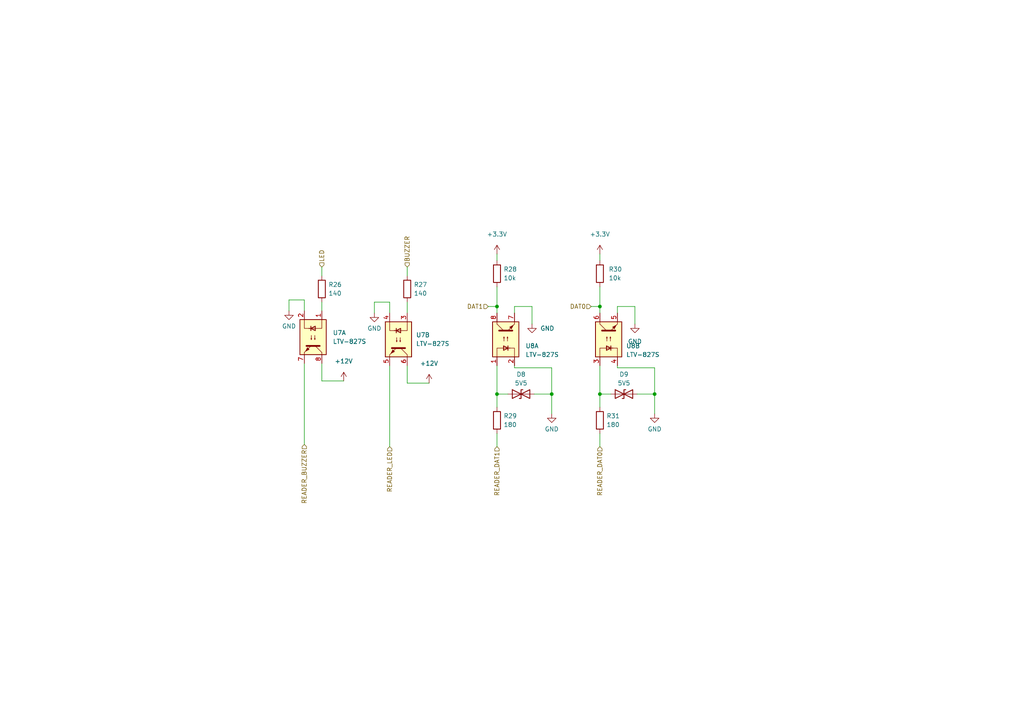
<source format=kicad_sch>
(kicad_sch (version 20231120) (generator "eeschema") (generator_version "8.0")
  (paper "A4")
  (lib_symbols
    (symbol "Device:D_TVS" (pin_numbers hide) (pin_names (offset 1.016) hide)
      (property "Reference" "D" (at 0 2.54 0))
      (property "Value" "D_TVS" (at 0 -2.54 0))
      (symbol "D_TVS_0_1"
        (polyline (pts (xy 1.27 0) (xy -1.27 0)))
        (polyline (pts (xy 0.508 1.27) (xy 0 1.27) (xy 0 -1.27) (xy -0.508 -1.27)) (stroke (width 0.254)))
        (polyline (pts (xy -2.54 1.27) (xy -2.54 -1.27) (xy 2.54 1.27) (xy 2.54 -1.27) (xy -2.54 1.27)) (stroke (width 0.254)))
      )
      (symbol "D_TVS_1_1"
        (pin passive line (at -3.81 0 0) (length 2.54) (name "A1") (number "1"))
        (pin passive line (at 3.81 0 180) (length 2.54) (name "A2") (number "2"))
      )
    )
    (symbol "Device:R" (pin_numbers hide) (pin_names (offset 0))
      (property "Reference" "R" (at 2.032 0 90))
      (property "Value" "R" (at 0 0 90))
      (symbol "R_0_1"
        (rectangle (start -1.016 -2.54) (end 1.016 2.54) (stroke (width 0.254)))
      )
      (symbol "R_1_1"
        (pin passive line (at 0 3.81 270) (length 1.27) (name "~") (number "1"))
        (pin passive line (at 0 -3.81 90) (length 1.27) (name "~") (number "2"))
      )
    )
    (symbol "Isolator:LTV-827S" (pin_names (offset 1.016))
      (property "Reference" "U" (at -3.81 5.08 0))
      (property "Value" "LTV-827S" (at 0 -5.08 0))
      (symbol "LTV-827S_0_1"
        (rectangle (start -5.08 3.81) (end 5.08 -3.81) (stroke (width 0.254)) (fill (type background)))
        (polyline (pts (xy -3.175 -0.635) (xy -1.905 -0.635)) (stroke (width 0.254)))
        (polyline (pts (xy 2.54 0.635) (xy 4.445 2.54)))
        (polyline (pts (xy 4.445 -2.54) (xy 2.54 -0.635)) (fill (type outline)))
        (polyline (pts (xy 4.445 -2.54) (xy 5.08 -2.54)))
        (polyline (pts (xy 4.445 2.54) (xy 5.08 2.54)))
        (polyline (pts (xy -2.54 -0.635) (xy -2.54 -2.54) (xy -5.08 -2.54)))
        (polyline (pts (xy 2.54 1.905) (xy 2.54 -1.905) (xy 2.54 -1.905)) (stroke (width 0.508)))
        (polyline (pts (xy -5.08 2.54) (xy -2.54 2.54) (xy -2.54 -1.27) (xy -2.54 0.635)))
        (polyline (pts (xy -2.54 -0.635) (xy -3.175 0.635) (xy -1.905 0.635) (xy -2.54 -0.635)) (stroke (width 0.254)))
        (polyline (pts (xy -0.508 -0.508) (xy 0.762 -0.508) (xy 0.381 -0.635) (xy 0.381 -0.381) (xy 0.762 -0.508)))
        (polyline (pts (xy -0.508 0.508) (xy 0.762 0.508) (xy 0.381 0.381) (xy 0.381 0.635) (xy 0.762 0.508)))
        (polyline (pts (xy 3.048 -1.651) (xy 3.556 -1.143) (xy 4.064 -2.159) (xy 3.048 -1.651) (xy 3.048 -1.651)) (fill (type outline)))
      )
      (symbol "LTV-827S_1_1"
        (pin passive line (at -7.62 2.54 0) (length 2.54) (name "~") (number "1"))
        (pin passive line (at -7.62 -2.54 0) (length 2.54) (name "~") (number "2"))
        (pin passive line (at 7.62 -2.54 180) (length 2.54) (name "~") (number "7"))
        (pin passive line (at 7.62 2.54 180) (length 2.54) (name "~") (number "8"))
      )
      (symbol "LTV-827S_2_1"
        (pin passive line (at -7.62 2.54 0) (length 2.54) (name "~") (number "3"))
        (pin passive line (at -7.62 -2.54 0) (length 2.54) (name "~") (number "4"))
        (pin passive line (at 7.62 -2.54 180) (length 2.54) (name "~") (number "5"))
        (pin passive line (at 7.62 2.54 180) (length 2.54) (name "~") (number "6"))
      )
    )
    (symbol "power:+12V" (power) (pin_names (offset 0))
      (property "Value" "+12V" (at 0 3.556 0))
      (symbol "+12V_0_1"
        (polyline (pts (xy -0.762 1.27) (xy 0 2.54)))
        (polyline (pts (xy 0 0) (xy 0 2.54)))
        (polyline (pts (xy 0 2.54) (xy 0.762 1.27)))
      )
      (symbol "+12V_1_1"
        (pin power_in line (at 0 0 90) (length 0) hide (name "+12V") (number "1"))
      )
    )
    (symbol "power:+3.3V" (power) (pin_names (offset 0))
      (property "Value" "+3.3V" (at 0 3.556 0))
      (symbol "+3.3V_0_1"
        (polyline (pts (xy -0.762 1.27) (xy 0 2.54)))
        (polyline (pts (xy 0 0) (xy 0 2.54)))
        (polyline (pts (xy 0 2.54) (xy 0.762 1.27)))
      )
      (symbol "+3.3V_1_1"
        (pin power_in line (at 0 0 90) (length 0) hide (name "+3.3V") (number "1"))
      )
    )
    (symbol "power:GND" (power) (pin_names (offset 0))
      (property "Value" "GND" (at 0 -3.81 0))
      (symbol "GND_0_1"
        (polyline (pts (xy 0 0) (xy 0 -1.27) (xy 1.27 -1.27) (xy 0 -2.54) (xy -1.27 -1.27) (xy 0 -1.27)))
      )
      (symbol "GND_1_1"
        (pin power_in line (at 0 0 270) (length 0) hide (name "GND") (number "1"))
      )
    )
  )
  (junction (at 189.865 114.3))
  (junction (at 173.99 114.3))
  (junction (at 160.02 114.3))
  (junction (at 144.145 88.9))
  (junction (at 173.99 88.9))
  (junction (at 144.145 114.3))
  (wire (pts (xy 173.99 106.045) (xy 173.99 114.3)))
  (wire (pts (xy 113.03 106.045) (xy 113.03 129.54)))
  (wire (pts (xy 118.11 77.47) (xy 118.11 80.01)))
  (wire (pts (xy 93.345 87.63) (xy 93.345 90.17)))
  (wire (pts (xy 83.82 86.995) (xy 88.265 86.995)))
  (wire (pts (xy 179.07 88.9) (xy 179.07 90.805)))
  (wire (pts (xy 154.94 114.3) (xy 160.02 114.3)))
  (wire (pts (xy 144.145 114.3) (xy 144.145 118.11)))
  (wire (pts (xy 149.225 88.9) (xy 149.225 90.805)))
  (wire (pts (xy 144.145 106.045) (xy 144.145 114.3)))
  (wire (pts (xy 154.305 88.9) (xy 149.225 88.9)))
  (wire (pts (xy 173.99 83.185) (xy 173.99 88.9)))
  (wire (pts (xy 189.865 106.68) (xy 179.07 106.68)))
  (wire (pts (xy 93.345 77.47) (xy 93.345 80.01)))
  (wire (pts (xy 88.265 105.41) (xy 88.265 128.905)))
  (wire (pts (xy 88.265 86.995) (xy 88.265 90.17)))
  (wire (pts (xy 149.225 106.68) (xy 149.225 106.045)))
  (wire (pts (xy 179.07 106.045) (xy 179.07 106.68)))
  (wire (pts (xy 173.99 88.9) (xy 173.99 90.805)))
  (wire (pts (xy 184.15 93.98) (xy 184.15 88.9)))
  (wire (pts (xy 118.11 111.125) (xy 118.11 106.045)))
  (wire (pts (xy 171.45 88.9) (xy 173.99 88.9)))
  (wire (pts (xy 108.585 87.63) (xy 113.03 87.63)))
  (wire (pts (xy 124.46 111.125) (xy 118.11 111.125)))
  (wire (pts (xy 173.99 73.66) (xy 173.99 75.565)))
  (wire (pts (xy 99.695 110.49) (xy 93.345 110.49)))
  (wire (pts (xy 118.11 87.63) (xy 118.11 90.805)))
  (wire (pts (xy 189.865 114.3) (xy 189.865 106.68)))
  (wire (pts (xy 113.03 87.63) (xy 113.03 90.805)))
  (wire (pts (xy 83.82 90.17) (xy 83.82 86.995)))
  (wire (pts (xy 144.145 88.9) (xy 144.145 90.805)))
  (wire (pts (xy 144.145 125.73) (xy 144.145 129.54)))
  (wire (pts (xy 173.99 125.73) (xy 173.99 129.54)))
  (wire (pts (xy 108.585 90.805) (xy 108.585 87.63)))
  (wire (pts (xy 160.02 120.015) (xy 160.02 114.3)))
  (wire (pts (xy 173.99 114.3) (xy 177.165 114.3)))
  (wire (pts (xy 93.345 110.49) (xy 93.345 105.41)))
  (wire (pts (xy 173.99 114.3) (xy 173.99 118.11)))
  (wire (pts (xy 144.145 73.66) (xy 144.145 75.565)))
  (wire (pts (xy 184.785 114.3) (xy 189.865 114.3)))
  (wire (pts (xy 144.145 114.3) (xy 147.32 114.3)))
  (wire (pts (xy 184.15 88.9) (xy 179.07 88.9)))
  (wire (pts (xy 189.865 120.015) (xy 189.865 114.3)))
  (wire (pts (xy 154.305 93.98) (xy 154.305 88.9)))
  (wire (pts (xy 160.02 106.68) (xy 149.225 106.68)))
  (wire (pts (xy 144.145 83.185) (xy 144.145 88.9)))
  (wire (pts (xy 141.605 88.9) (xy 144.145 88.9)))
  (wire (pts (xy 160.02 114.3) (xy 160.02 106.68)))
  (hierarchical_label "LED" (shape input) (at 93.345 77.47 90))
  (hierarchical_label "DAT1" (shape input) (at 141.605 88.9 180))
  (hierarchical_label "READER_DAT0" (shape input) (at 173.99 129.54 270))
  (hierarchical_label "BUZZER" (shape input) (at 118.11 77.47 90))
  (hierarchical_label "DAT0" (shape input) (at 171.45 88.9 180))
  (hierarchical_label "READER_BUZZER" (shape input) (at 88.265 128.905 270))
  (hierarchical_label "READER_DAT1" (shape input) (at 144.145 129.54 270))
  (hierarchical_label "READER_LED" (shape input) (at 113.03 129.54 270))
  (symbol (lib_id "power:GND") (at 189.865 120.015 0) (unit 1)
    (property "Reference" "#PWR064" (effects (hide yes)))
    (property "Value" "GND" (at 189.865 124.46 0))
  )
  (symbol (lib_id "Device:R") (at 93.345 83.82 0) (unit 1)
    (property "Reference" "R26" (at 95.25 82.5499 0) (effects (justify left)))
    (property "Value" "140" (at 95.25 85.0899 0) (effects (justify left)))
    (property "Footprint" "Resistor_SMD:R_0603_1608Metric_Pad0.98x0.95mm_HandSolder" (effects (hide yes)))
    (property "LCSC" "C2974027" (effects (hide yes)))
  )
  (symbol (lib_id "power:+3.3V") (at 173.99 73.66 0) (unit 1)
    (property "Reference" "#PWR062" (effects (hide yes)))
    (property "Value" "+3.3V" (at 173.99 67.945 0))
  )
  (symbol (lib_id "Isolator:LTV-827S") (at 115.57 98.425 270) (unit 2)
    (property "Reference" "U7" (at 120.65 97.1549 90) (effects (justify left)))
    (property "Value" "LTV-827S" (at 120.65 99.6949 90) (effects (justify left)))
    (property "Footprint" "Package_DIP:SMDIP-8_W9.53mm" (effects (hide yes)))
    (property "LCSC" "C22112" (effects (hide yes)))
  )
  (symbol (lib_id "power:+12V") (at 99.695 110.49 0) (unit 1)
    (property "Reference" "#PWR056" (effects (hide yes)))
    (property "Value" "+12V" (at 99.695 104.775 0))
  )
  (symbol (lib_id "power:+12V") (at 124.46 111.125 0) (unit 1)
    (property "Reference" "#PWR058" (effects (hide yes)))
    (property "Value" "+12V" (at 124.46 105.41 0))
  )
  (symbol (lib_id "Device:R") (at 118.11 83.82 0) (unit 1)
    (property "Reference" "R27" (at 120.015 82.5499 0) (effects (justify left)))
    (property "Value" "140" (at 120.015 85.0899 0) (effects (justify left)))
    (property "Footprint" "Resistor_SMD:R_0603_1608Metric_Pad0.98x0.95mm_HandSolder" (effects (hide yes)))
    (property "LCSC" "C2974027" (effects (hide yes)))
  )
  (symbol (lib_id "Device:R") (at 144.145 79.375 0) (unit 1)
    (property "Reference" "R28" (at 146.05 78.1049 0) (effects (justify left)))
    (property "Value" "10k" (at 146.05 80.6449 0) (effects (justify left)))
    (property "Footprint" "Resistor_SMD:R_0603_1608Metric_Pad0.98x0.95mm_HandSolder" (effects (hide yes)))
    (property "LCSC" "C2930027" (effects (hide yes)))
  )
  (symbol (lib_id "power:GND") (at 184.15 93.98 0) (unit 1)
    (property "Reference" "#PWR063" (effects (hide yes)))
    (property "Value" "GND" (at 184.15 99.06 0))
  )
  (symbol (lib_id "Device:D_TVS") (at 151.13 114.3 0) (unit 1)
    (property "Reference" "D8" (at 151.13 108.585 0))
    (property "Value" "5V5" (at 151.13 111.125 0))
    (property "Footprint" "Diode_SMD:D_SMA-SMB_Universal_Handsoldering" (effects (hide yes)))
  )
  (symbol (lib_id "Device:R") (at 173.99 121.92 0) (unit 1)
    (property "Reference" "R31" (at 175.895 120.6499 0) (effects (justify left)))
    (property "Value" "180" (at 175.895 123.1899 0) (effects (justify left)))
    (property "Footprint" "Resistor_SMD:R_0603_1608Metric_Pad0.98x0.95mm_HandSolder" (effects (hide yes)))
    (property "LCSC" "C5140972" (effects (hide yes)))
  )
  (symbol (lib_id "Device:R") (at 173.99 79.375 0) (unit 1)
    (property "Reference" "R30" (at 176.53 78.1049 0) (effects (justify left)))
    (property "Value" "10k" (at 176.53 80.6449 0) (effects (justify left)))
    (property "Footprint" "Resistor_SMD:R_0603_1608Metric_Pad0.98x0.95mm_HandSolder" (effects (hide yes)))
    (property "LCSC" "C2930027" (effects (hide yes)))
  )
  (symbol (lib_id "Isolator:LTV-827S") (at 90.805 97.79 270) (unit 1)
    (property "Reference" "U7" (at 96.52 96.5199 90) (effects (justify left)))
    (property "Value" "LTV-827S" (at 96.52 99.0599 90) (effects (justify left)))
    (property "Footprint" "Package_DIP:SMDIP-8_W9.53mm" (effects (hide yes)))
    (property "LCSC" "C22112" (effects (hide yes)))
  )
  (symbol (lib_id "power:GND") (at 83.82 90.17 0) (unit 1)
    (property "Reference" "#PWR055" (effects (hide yes)))
    (property "Value" "GND" (at 83.82 94.615 0))
  )
  (symbol (lib_id "Isolator:LTV-827S") (at 176.53 98.425 90) (unit 2)
    (property "Reference" "U8" (at 181.61 100.33 90) (effects (justify right)))
    (property "Value" "LTV-827S" (at 181.61 102.87 90) (effects (justify right)))
    (property "Footprint" "Package_DIP:SMDIP-8_W9.53mm" (effects (hide yes)))
    (property "LCSC" "C22112" (effects (hide yes)))
  )
  (symbol (lib_id "Device:R") (at 144.145 121.92 0) (unit 1)
    (property "Reference" "R29" (at 146.05 120.6499 0) (effects (justify left)))
    (property "Value" "180" (at 146.05 123.1899 0) (effects (justify left)))
    (property "Footprint" "Resistor_SMD:R_0603_1608Metric_Pad0.98x0.95mm_HandSolder" (effects (hide yes)))
    (property "LCSC" "C5140972" (effects (hide yes)))
  )
  (symbol (lib_id "power:+3.3V") (at 144.145 73.66 0) (unit 1)
    (property "Reference" "#PWR059" (effects (hide yes)))
    (property "Value" "+3.3V" (at 144.145 67.945 0))
  )
  (symbol (lib_id "power:GND") (at 108.585 90.805 0) (unit 1)
    (property "Reference" "#PWR057" (effects (hide yes)))
    (property "Value" "GND" (at 108.585 95.25 0))
  )
  (symbol (lib_id "Device:D_TVS") (at 180.975 114.3 0) (unit 1)
    (property "Reference" "D9" (at 180.975 108.585 0))
    (property "Value" "5V5" (at 180.975 111.125 0))
    (property "Footprint" "Diode_SMD:D_SMA-SMB_Universal_Handsoldering" (effects (hide yes)))
  )
  (symbol (lib_id "Isolator:LTV-827S") (at 146.685 98.425 90) (unit 1)
    (property "Reference" "U8" (at 152.4 100.33 90) (effects (justify right)))
    (property "Value" "LTV-827S" (at 152.4 102.87 90) (effects (justify right)))
    (property "Footprint" "Package_DIP:SMDIP-8_W9.53mm" (effects (hide yes)))
    (property "LCSC" "C22112" (effects (hide yes)))
  )
  (symbol (lib_id "power:GND") (at 154.305 93.98 0) (unit 1)
    (property "Reference" "#PWR060" (effects (hide yes)))
    (property "Value" "GND" (at 158.75 95.25 0))
  )
  (symbol (lib_id "power:GND") (at 160.02 120.015 0) (unit 1)
    (property "Reference" "#PWR061" (effects (hide yes)))
    (property "Value" "GND" (at 160.02 124.46 0))
  )
)
</source>
